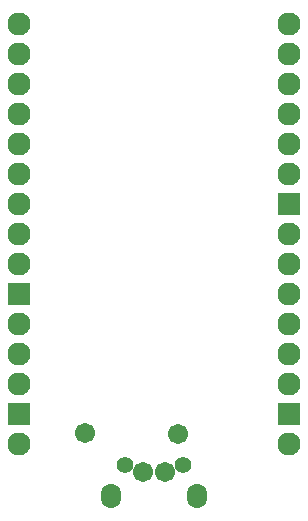
<source format=gbs>
G04 Layer_Color=16711935*
%FSAX25Y25*%
%MOIN*%
G70*
G01*
G75*
%ADD84C,0.05524*%
%ADD85O,0.06706X0.08280*%
%ADD86C,0.07700*%
%ADD87R,0.07700X0.07700*%
%ADD88C,0.06706*%
D84*
X0317546Y0225333D02*
D03*
X0298446D02*
D03*
D85*
X0293696Y0214933D02*
D03*
X0322296D02*
D03*
D86*
X0352996Y0232333D02*
D03*
Y0272333D02*
D03*
Y0262333D02*
D03*
Y0252333D02*
D03*
Y0282333D02*
D03*
Y0292333D02*
D03*
Y0302333D02*
D03*
Y0372333D02*
D03*
Y0362333D02*
D03*
Y0352333D02*
D03*
Y0342333D02*
D03*
Y0332333D02*
D03*
Y0322333D02*
D03*
X0262996Y0232333D02*
D03*
Y0272333D02*
D03*
Y0262333D02*
D03*
Y0252333D02*
D03*
Y0292333D02*
D03*
Y0302333D02*
D03*
Y0312333D02*
D03*
Y0372333D02*
D03*
Y0362333D02*
D03*
Y0352333D02*
D03*
Y0342333D02*
D03*
Y0332333D02*
D03*
Y0322333D02*
D03*
D87*
X0352996Y0242333D02*
D03*
Y0312333D02*
D03*
X0262996Y0242333D02*
D03*
Y0282333D02*
D03*
D88*
X0311696Y0222933D02*
D03*
X0304296Y0223033D02*
D03*
X0285196Y0236033D02*
D03*
X0316096Y0235633D02*
D03*
M02*

</source>
